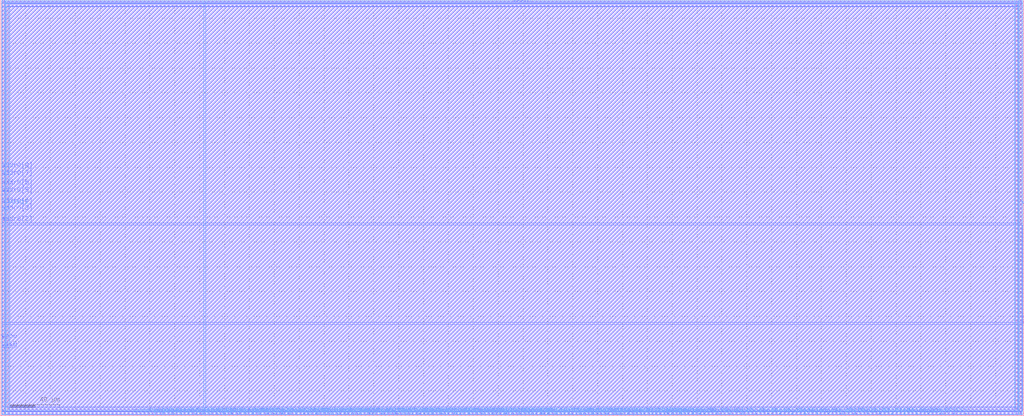
<source format=lef>
VERSION 5.4 ;
NAMESCASESENSITIVE ON ;
BUSBITCHARS "[]" ;
DIVIDERCHAR "/" ;
UNITS
  DATABASE MICRONS 2000 ;
END UNITS
MACRO sram_1rw0r0w_64_512_sky130
   CLASS BLOCK ;
   SIZE 822.5 BY 334.94 ;
   SYMMETRY X Y R90 ;
   PIN din0[0]
      DIRECTION INPUT ;
      PORT
         LAYER met4 ;
         RECT  163.88 0.0 164.26 0.38 ;
      END
   END din0[0]
   PIN din0[1]
      DIRECTION INPUT ;
      PORT
         LAYER met4 ;
         RECT  170.68 0.0 171.06 0.38 ;
      END
   END din0[1]
   PIN din0[2]
      DIRECTION INPUT ;
      PORT
         LAYER met4 ;
         RECT  176.12 0.0 176.5 0.38 ;
      END
   END din0[2]
   PIN din0[3]
      DIRECTION INPUT ;
      PORT
         LAYER met4 ;
         RECT  181.56 0.0 181.94 0.38 ;
      END
   END din0[3]
   PIN din0[4]
      DIRECTION INPUT ;
      PORT
         LAYER met4 ;
         RECT  187.68 0.0 188.06 0.38 ;
      END
   END din0[4]
   PIN din0[5]
      DIRECTION INPUT ;
      PORT
         LAYER met4 ;
         RECT  193.12 0.0 193.5 0.38 ;
      END
   END din0[5]
   PIN din0[6]
      DIRECTION INPUT ;
      PORT
         LAYER met4 ;
         RECT  199.92 0.0 200.3 0.38 ;
      END
   END din0[6]
   PIN din0[7]
      DIRECTION INPUT ;
      PORT
         LAYER met4 ;
         RECT  204.68 0.0 205.06 0.38 ;
      END
   END din0[7]
   PIN din0[8]
      DIRECTION INPUT ;
      PORT
         LAYER met4 ;
         RECT  211.48 0.0 211.86 0.38 ;
      END
   END din0[8]
   PIN din0[9]
      DIRECTION INPUT ;
      PORT
         LAYER met4 ;
         RECT  216.24 0.0 216.62 0.38 ;
      END
   END din0[9]
   PIN din0[10]
      DIRECTION INPUT ;
      PORT
         LAYER met4 ;
         RECT  223.04 0.0 223.42 0.38 ;
      END
   END din0[10]
   PIN din0[11]
      DIRECTION INPUT ;
      PORT
         LAYER met4 ;
         RECT  229.16 0.0 229.54 0.38 ;
      END
   END din0[11]
   PIN din0[12]
      DIRECTION INPUT ;
      PORT
         LAYER met4 ;
         RECT  234.6 0.0 234.98 0.38 ;
      END
   END din0[12]
   PIN din0[13]
      DIRECTION INPUT ;
      PORT
         LAYER met4 ;
         RECT  240.04 0.0 240.42 0.38 ;
      END
   END din0[13]
   PIN din0[14]
      DIRECTION INPUT ;
      PORT
         LAYER met4 ;
         RECT  246.16 0.0 246.54 0.38 ;
      END
   END din0[14]
   PIN din0[15]
      DIRECTION INPUT ;
      PORT
         LAYER met4 ;
         RECT  252.28 0.0 252.66 0.38 ;
      END
   END din0[15]
   PIN din0[16]
      DIRECTION INPUT ;
      PORT
         LAYER met4 ;
         RECT  257.72 0.0 258.1 0.38 ;
      END
   END din0[16]
   PIN din0[17]
      DIRECTION INPUT ;
      PORT
         LAYER met4 ;
         RECT  263.84 0.0 264.22 0.38 ;
      END
   END din0[17]
   PIN din0[18]
      DIRECTION INPUT ;
      PORT
         LAYER met4 ;
         RECT  269.96 0.0 270.34 0.38 ;
      END
   END din0[18]
   PIN din0[19]
      DIRECTION INPUT ;
      PORT
         LAYER met4 ;
         RECT  274.72 0.0 275.1 0.38 ;
      END
   END din0[19]
   PIN din0[20]
      DIRECTION INPUT ;
      PORT
         LAYER met4 ;
         RECT  281.52 0.0 281.9 0.38 ;
      END
   END din0[20]
   PIN din0[21]
      DIRECTION INPUT ;
      PORT
         LAYER met4 ;
         RECT  286.28 0.0 286.66 0.38 ;
      END
   END din0[21]
   PIN din0[22]
      DIRECTION INPUT ;
      PORT
         LAYER met4 ;
         RECT  293.08 0.0 293.46 0.38 ;
      END
   END din0[22]
   PIN din0[23]
      DIRECTION INPUT ;
      PORT
         LAYER met4 ;
         RECT  298.52 0.0 298.9 0.38 ;
      END
   END din0[23]
   PIN din0[24]
      DIRECTION INPUT ;
      PORT
         LAYER met4 ;
         RECT  304.64 0.0 305.02 0.38 ;
      END
   END din0[24]
   PIN din0[25]
      DIRECTION INPUT ;
      PORT
         LAYER met4 ;
         RECT  310.08 0.0 310.46 0.38 ;
      END
   END din0[25]
   PIN din0[26]
      DIRECTION INPUT ;
      PORT
         LAYER met4 ;
         RECT  316.2 0.0 316.58 0.38 ;
      END
   END din0[26]
   PIN din0[27]
      DIRECTION INPUT ;
      PORT
         LAYER met4 ;
         RECT  321.64 0.0 322.02 0.38 ;
      END
   END din0[27]
   PIN din0[28]
      DIRECTION INPUT ;
      PORT
         LAYER met4 ;
         RECT  327.76 0.0 328.14 0.38 ;
      END
   END din0[28]
   PIN din0[29]
      DIRECTION INPUT ;
      PORT
         LAYER met4 ;
         RECT  333.2 0.0 333.58 0.38 ;
      END
   END din0[29]
   PIN din0[30]
      DIRECTION INPUT ;
      PORT
         LAYER met4 ;
         RECT  340.0 0.0 340.38 0.38 ;
      END
   END din0[30]
   PIN din0[31]
      DIRECTION INPUT ;
      PORT
         LAYER met4 ;
         RECT  344.76 0.0 345.14 0.38 ;
      END
   END din0[31]
   PIN din0[32]
      DIRECTION INPUT ;
      PORT
         LAYER met4 ;
         RECT  351.56 0.0 351.94 0.38 ;
      END
   END din0[32]
   PIN din0[33]
      DIRECTION INPUT ;
      PORT
         LAYER met4 ;
         RECT  357.0 0.0 357.38 0.38 ;
      END
   END din0[33]
   PIN din0[34]
      DIRECTION INPUT ;
      PORT
         LAYER met4 ;
         RECT  362.44 0.0 362.82 0.38 ;
      END
   END din0[34]
   PIN din0[35]
      DIRECTION INPUT ;
      PORT
         LAYER met4 ;
         RECT  368.56 0.0 368.94 0.38 ;
      END
   END din0[35]
   PIN din0[36]
      DIRECTION INPUT ;
      PORT
         LAYER met4 ;
         RECT  374.68 0.0 375.06 0.38 ;
      END
   END din0[36]
   PIN din0[37]
      DIRECTION INPUT ;
      PORT
         LAYER met4 ;
         RECT  380.12 0.0 380.5 0.38 ;
      END
   END din0[37]
   PIN din0[38]
      DIRECTION INPUT ;
      PORT
         LAYER met4 ;
         RECT  386.24 0.0 386.62 0.38 ;
      END
   END din0[38]
   PIN din0[39]
      DIRECTION INPUT ;
      PORT
         LAYER met4 ;
         RECT  391.68 0.0 392.06 0.38 ;
      END
   END din0[39]
   PIN din0[40]
      DIRECTION INPUT ;
      PORT
         LAYER met4 ;
         RECT  397.8 0.0 398.18 0.38 ;
      END
   END din0[40]
   PIN din0[41]
      DIRECTION INPUT ;
      PORT
         LAYER met4 ;
         RECT  403.92 0.0 404.3 0.38 ;
      END
   END din0[41]
   PIN din0[42]
      DIRECTION INPUT ;
      PORT
         LAYER met4 ;
         RECT  410.04 0.0 410.42 0.38 ;
      END
   END din0[42]
   PIN din0[43]
      DIRECTION INPUT ;
      PORT
         LAYER met4 ;
         RECT  415.48 0.0 415.86 0.38 ;
      END
   END din0[43]
   PIN din0[44]
      DIRECTION INPUT ;
      PORT
         LAYER met4 ;
         RECT  420.92 0.0 421.3 0.38 ;
      END
   END din0[44]
   PIN din0[45]
      DIRECTION INPUT ;
      PORT
         LAYER met4 ;
         RECT  426.36 0.0 426.74 0.38 ;
      END
   END din0[45]
   PIN din0[46]
      DIRECTION INPUT ;
      PORT
         LAYER met4 ;
         RECT  432.48 0.0 432.86 0.38 ;
      END
   END din0[46]
   PIN din0[47]
      DIRECTION INPUT ;
      PORT
         LAYER met4 ;
         RECT  438.6 0.0 438.98 0.38 ;
      END
   END din0[47]
   PIN din0[48]
      DIRECTION INPUT ;
      PORT
         LAYER met4 ;
         RECT  444.04 0.0 444.42 0.38 ;
      END
   END din0[48]
   PIN din0[49]
      DIRECTION INPUT ;
      PORT
         LAYER met4 ;
         RECT  450.16 0.0 450.54 0.38 ;
      END
   END din0[49]
   PIN din0[50]
      DIRECTION INPUT ;
      PORT
         LAYER met4 ;
         RECT  455.6 0.0 455.98 0.38 ;
      END
   END din0[50]
   PIN din0[51]
      DIRECTION INPUT ;
      PORT
         LAYER met4 ;
         RECT  461.72 0.0 462.1 0.38 ;
      END
   END din0[51]
   PIN din0[52]
      DIRECTION INPUT ;
      PORT
         LAYER met4 ;
         RECT  468.52 0.0 468.9 0.38 ;
      END
   END din0[52]
   PIN din0[53]
      DIRECTION INPUT ;
      PORT
         LAYER met4 ;
         RECT  473.28 0.0 473.66 0.38 ;
      END
   END din0[53]
   PIN din0[54]
      DIRECTION INPUT ;
      PORT
         LAYER met4 ;
         RECT  479.4 0.0 479.78 0.38 ;
      END
   END din0[54]
   PIN din0[55]
      DIRECTION INPUT ;
      PORT
         LAYER met4 ;
         RECT  484.84 0.0 485.22 0.38 ;
      END
   END din0[55]
   PIN din0[56]
      DIRECTION INPUT ;
      PORT
         LAYER met4 ;
         RECT  490.96 0.0 491.34 0.38 ;
      END
   END din0[56]
   PIN din0[57]
      DIRECTION INPUT ;
      PORT
         LAYER met4 ;
         RECT  497.08 0.0 497.46 0.38 ;
      END
   END din0[57]
   PIN din0[58]
      DIRECTION INPUT ;
      PORT
         LAYER met4 ;
         RECT  502.52 0.0 502.9 0.38 ;
      END
   END din0[58]
   PIN din0[59]
      DIRECTION INPUT ;
      PORT
         LAYER met4 ;
         RECT  509.32 0.0 509.7 0.38 ;
      END
   END din0[59]
   PIN din0[60]
      DIRECTION INPUT ;
      PORT
         LAYER met4 ;
         RECT  514.76 0.0 515.14 0.38 ;
      END
   END din0[60]
   PIN din0[61]
      DIRECTION INPUT ;
      PORT
         LAYER met4 ;
         RECT  520.88 0.0 521.26 0.38 ;
      END
   END din0[61]
   PIN din0[62]
      DIRECTION INPUT ;
      PORT
         LAYER met4 ;
         RECT  526.32 0.0 526.7 0.38 ;
      END
   END din0[62]
   PIN din0[63]
      DIRECTION INPUT ;
      PORT
         LAYER met4 ;
         RECT  532.44 0.0 532.82 0.38 ;
      END
   END din0[63]
   PIN din0[64]
      DIRECTION INPUT ;
      PORT
         LAYER met4 ;
         RECT  537.88 0.0 538.26 0.38 ;
      END
   END din0[64]
   PIN addr0[0]
      DIRECTION INPUT ;
      PORT
         LAYER met4 ;
         RECT  106.08 0.0 106.46 0.38 ;
      END
   END addr0[0]
   PIN addr0[1]
      DIRECTION INPUT ;
      PORT
         LAYER met4 ;
         RECT  112.2 0.0 112.58 0.38 ;
      END
   END addr0[1]
   PIN addr0[2]
      DIRECTION INPUT ;
      PORT
         LAYER met3 ;
         RECT  0.0 154.36 0.38 154.74 ;
      END
   END addr0[2]
   PIN addr0[3]
      DIRECTION INPUT ;
      PORT
         LAYER met3 ;
         RECT  0.0 163.2 0.38 163.58 ;
      END
   END addr0[3]
   PIN addr0[4]
      DIRECTION INPUT ;
      PORT
         LAYER met3 ;
         RECT  0.0 168.64 0.38 169.02 ;
      END
   END addr0[4]
   PIN addr0[5]
      DIRECTION INPUT ;
      PORT
         LAYER met3 ;
         RECT  0.0 177.48 0.38 177.86 ;
      END
   END addr0[5]
   PIN addr0[6]
      DIRECTION INPUT ;
      PORT
         LAYER met3 ;
         RECT  0.0 183.6 0.38 183.98 ;
      END
   END addr0[6]
   PIN addr0[7]
      DIRECTION INPUT ;
      PORT
         LAYER met3 ;
         RECT  0.0 191.08 0.38 191.46 ;
      END
   END addr0[7]
   PIN addr0[8]
      DIRECTION INPUT ;
      PORT
         LAYER met3 ;
         RECT  0.0 197.2 0.38 197.58 ;
      END
   END addr0[8]
   PIN csb0
      DIRECTION INPUT ;
      PORT
         LAYER met3 ;
         RECT  0.0 51.68 0.38 52.06 ;
      END
   END csb0
   PIN web0
      DIRECTION INPUT ;
      PORT
         LAYER met3 ;
         RECT  0.0 59.84 0.38 60.22 ;
      END
   END web0
   PIN clk0
      DIRECTION INPUT ;
      PORT
         LAYER met3 ;
         RECT  0.0 53.72 0.38 54.1 ;
      END
   END clk0
   PIN wmask0[0]
      DIRECTION INPUT ;
      PORT
         LAYER met4 ;
         RECT  117.64 0.0 118.02 0.38 ;
      END
   END wmask0[0]
   PIN wmask0[1]
      DIRECTION INPUT ;
      PORT
         LAYER met4 ;
         RECT  123.76 0.0 124.14 0.38 ;
      END
   END wmask0[1]
   PIN wmask0[2]
      DIRECTION INPUT ;
      PORT
         LAYER met4 ;
         RECT  129.88 0.0 130.26 0.38 ;
      END
   END wmask0[2]
   PIN wmask0[3]
      DIRECTION INPUT ;
      PORT
         LAYER met4 ;
         RECT  134.64 0.0 135.02 0.38 ;
      END
   END wmask0[3]
   PIN wmask0[4]
      DIRECTION INPUT ;
      PORT
         LAYER met4 ;
         RECT  141.44 0.0 141.82 0.38 ;
      END
   END wmask0[4]
   PIN wmask0[5]
      DIRECTION INPUT ;
      PORT
         LAYER met4 ;
         RECT  146.2 0.0 146.58 0.38 ;
      END
   END wmask0[5]
   PIN wmask0[6]
      DIRECTION INPUT ;
      PORT
         LAYER met4 ;
         RECT  153.0 0.0 153.38 0.38 ;
      END
   END wmask0[6]
   PIN wmask0[7]
      DIRECTION INPUT ;
      PORT
         LAYER met4 ;
         RECT  157.76 0.0 158.14 0.38 ;
      END
   END wmask0[7]
   PIN spare_wen0
      DIRECTION INPUT ;
      PORT
         LAYER met4 ;
         RECT  543.32 0.0 543.7 0.38 ;
      END
   END spare_wen0
   PIN dout0[0]
      DIRECTION OUTPUT ;
      PORT
         LAYER met4 ;
         RECT  167.28 0.0 167.66 0.38 ;
      END
   END dout0[0]
   PIN dout0[1]
      DIRECTION OUTPUT ;
      PORT
         LAYER met4 ;
         RECT  178.84 0.0 179.22 0.38 ;
      END
   END dout0[1]
   PIN dout0[2]
      DIRECTION OUTPUT ;
      PORT
         LAYER met4 ;
         RECT  189.04 0.0 189.42 0.38 ;
      END
   END dout0[2]
   PIN dout0[3]
      DIRECTION OUTPUT ;
      PORT
         LAYER met4 ;
         RECT  199.24 0.0 199.62 0.38 ;
      END
   END dout0[3]
   PIN dout0[4]
      DIRECTION OUTPUT ;
      PORT
         LAYER met4 ;
         RECT  208.76 0.0 209.14 0.38 ;
      END
   END dout0[4]
   PIN dout0[5]
      DIRECTION OUTPUT ;
      PORT
         LAYER met4 ;
         RECT  218.96 0.0 219.34 0.38 ;
      END
   END dout0[5]
   PIN dout0[6]
      DIRECTION OUTPUT ;
      PORT
         LAYER met4 ;
         RECT  228.48 0.0 228.86 0.38 ;
      END
   END dout0[6]
   PIN dout0[7]
      DIRECTION OUTPUT ;
      PORT
         LAYER met4 ;
         RECT  238.0 0.0 238.38 0.38 ;
      END
   END dout0[7]
   PIN dout0[8]
      DIRECTION OUTPUT ;
      PORT
         LAYER met4 ;
         RECT  247.52 0.0 247.9 0.38 ;
      END
   END dout0[8]
   PIN dout0[9]
      DIRECTION OUTPUT ;
      PORT
         LAYER met4 ;
         RECT  259.08 0.0 259.46 0.38 ;
      END
   END dout0[9]
   PIN dout0[10]
      DIRECTION OUTPUT ;
      PORT
         LAYER met4 ;
         RECT  269.28 0.0 269.66 0.38 ;
      END
   END dout0[10]
   PIN dout0[11]
      DIRECTION OUTPUT ;
      PORT
         LAYER met4 ;
         RECT  278.8 0.0 279.18 0.38 ;
      END
   END dout0[11]
   PIN dout0[12]
      DIRECTION OUTPUT ;
      PORT
         LAYER met4 ;
         RECT  289.0 0.0 289.38 0.38 ;
      END
   END dout0[12]
   PIN dout0[13]
      DIRECTION OUTPUT ;
      PORT
         LAYER met4 ;
         RECT  299.2 0.0 299.58 0.38 ;
      END
   END dout0[13]
   PIN dout0[14]
      DIRECTION OUTPUT ;
      PORT
         LAYER met4 ;
         RECT  308.04 0.0 308.42 0.38 ;
      END
   END dout0[14]
   PIN dout0[15]
      DIRECTION OUTPUT ;
      PORT
         LAYER met4 ;
         RECT  318.92 0.0 319.3 0.38 ;
      END
   END dout0[15]
   PIN dout0[16]
      DIRECTION OUTPUT ;
      PORT
         LAYER met4 ;
         RECT  325.72 0.0 326.1 0.38 ;
      END
   END dout0[16]
   PIN dout0[17]
      DIRECTION OUTPUT ;
      PORT
         LAYER met4 ;
         RECT  337.28 0.0 337.66 0.38 ;
      END
   END dout0[17]
   PIN dout0[18]
      DIRECTION OUTPUT ;
      PORT
         LAYER met4 ;
         RECT  348.84 0.0 349.22 0.38 ;
      END
   END dout0[18]
   PIN dout0[19]
      DIRECTION OUTPUT ;
      PORT
         LAYER met4 ;
         RECT  359.04 0.0 359.42 0.38 ;
      END
   END dout0[19]
   PIN dout0[20]
      DIRECTION OUTPUT ;
      PORT
         LAYER met4 ;
         RECT  369.24 0.0 369.62 0.38 ;
      END
   END dout0[20]
   PIN dout0[21]
      DIRECTION OUTPUT ;
      PORT
         LAYER met4 ;
         RECT  378.08 0.0 378.46 0.38 ;
      END
   END dout0[21]
   PIN dout0[22]
      DIRECTION OUTPUT ;
      PORT
         LAYER met4 ;
         RECT  388.96 0.0 389.34 0.38 ;
      END
   END dout0[22]
   PIN dout0[23]
      DIRECTION OUTPUT ;
      PORT
         LAYER met4 ;
         RECT  399.16 0.0 399.54 0.38 ;
      END
   END dout0[23]
   PIN dout0[24]
      DIRECTION OUTPUT ;
      PORT
         LAYER met4 ;
         RECT  407.32 0.0 407.7 0.38 ;
      END
   END dout0[24]
   PIN dout0[25]
      DIRECTION OUTPUT ;
      PORT
         LAYER met4 ;
         RECT  418.88 0.0 419.26 0.38 ;
      END
   END dout0[25]
   PIN dout0[26]
      DIRECTION OUTPUT ;
      PORT
         LAYER met4 ;
         RECT  429.08 0.0 429.46 0.38 ;
      END
   END dout0[26]
   PIN dout0[27]
      DIRECTION OUTPUT ;
      PORT
         LAYER met4 ;
         RECT  439.28 0.0 439.66 0.38 ;
      END
   END dout0[27]
   PIN dout0[28]
      DIRECTION OUTPUT ;
      PORT
         LAYER met4 ;
         RECT  448.12 0.0 448.5 0.38 ;
      END
   END dout0[28]
   PIN dout0[29]
      DIRECTION OUTPUT ;
      PORT
         LAYER met4 ;
         RECT  459.0 0.0 459.38 0.38 ;
      END
   END dout0[29]
   PIN dout0[30]
      DIRECTION OUTPUT ;
      PORT
         LAYER met4 ;
         RECT  469.2 0.0 469.58 0.38 ;
      END
   END dout0[30]
   PIN dout0[31]
      DIRECTION OUTPUT ;
      PORT
         LAYER met4 ;
         RECT  477.36 0.0 477.74 0.38 ;
      END
   END dout0[31]
   PIN dout0[32]
      DIRECTION OUTPUT ;
      PORT
         LAYER met4 ;
         RECT  487.56 0.0 487.94 0.38 ;
      END
   END dout0[32]
   PIN dout0[33]
      DIRECTION OUTPUT ;
      PORT
         LAYER met4 ;
         RECT  499.12 0.0 499.5 0.38 ;
      END
   END dout0[33]
   PIN dout0[34]
      DIRECTION OUTPUT ;
      PORT
         LAYER met4 ;
         RECT  508.64 0.0 509.02 0.38 ;
      END
   END dout0[34]
   PIN dout0[35]
      DIRECTION OUTPUT ;
      PORT
         LAYER met4 ;
         RECT  518.16 0.0 518.54 0.38 ;
      END
   END dout0[35]
   PIN dout0[36]
      DIRECTION OUTPUT ;
      PORT
         LAYER met4 ;
         RECT  529.04 0.0 529.42 0.38 ;
      END
   END dout0[36]
   PIN dout0[37]
      DIRECTION OUTPUT ;
      PORT
         LAYER met4 ;
         RECT  538.56 0.0 538.94 0.38 ;
      END
   END dout0[37]
   PIN dout0[38]
      DIRECTION OUTPUT ;
      PORT
         LAYER met4 ;
         RECT  547.4 0.0 547.78 0.38 ;
      END
   END dout0[38]
   PIN dout0[39]
      DIRECTION OUTPUT ;
      PORT
         LAYER met4 ;
         RECT  558.96 0.0 559.34 0.38 ;
      END
   END dout0[39]
   PIN dout0[40]
      DIRECTION OUTPUT ;
      PORT
         LAYER met4 ;
         RECT  567.8 0.0 568.18 0.38 ;
      END
   END dout0[40]
   PIN dout0[41]
      DIRECTION OUTPUT ;
      PORT
         LAYER met4 ;
         RECT  578.68 0.0 579.06 0.38 ;
      END
   END dout0[41]
   PIN dout0[42]
      DIRECTION OUTPUT ;
      PORT
         LAYER met4 ;
         RECT  588.88 0.0 589.26 0.38 ;
      END
   END dout0[42]
   PIN dout0[43]
      DIRECTION OUTPUT ;
      PORT
         LAYER met4 ;
         RECT  599.08 0.0 599.46 0.38 ;
      END
   END dout0[43]
   PIN dout0[44]
      DIRECTION OUTPUT ;
      PORT
         LAYER met4 ;
         RECT  608.6 0.0 608.98 0.38 ;
      END
   END dout0[44]
   PIN dout0[45]
      DIRECTION OUTPUT ;
      PORT
         LAYER met4 ;
         RECT  618.8 0.0 619.18 0.38 ;
      END
   END dout0[45]
   PIN dout0[46]
      DIRECTION OUTPUT ;
      PORT
         LAYER met4 ;
         RECT  629.0 0.0 629.38 0.38 ;
      END
   END dout0[46]
   PIN dout0[47]
      DIRECTION OUTPUT ;
      PORT
         LAYER met4 ;
         RECT  638.52 0.0 638.9 0.38 ;
      END
   END dout0[47]
   PIN dout0[48]
      DIRECTION OUTPUT ;
      PORT
         LAYER met4 ;
         RECT  647.36 0.0 647.74 0.38 ;
      END
   END dout0[48]
   PIN dout0[49]
      DIRECTION OUTPUT ;
      PORT
         LAYER met4 ;
         RECT  658.92 0.0 659.3 0.38 ;
      END
   END dout0[49]
   PIN dout0[50]
      DIRECTION OUTPUT ;
      PORT
         LAYER met4 ;
         RECT  669.12 0.0 669.5 0.38 ;
      END
   END dout0[50]
   PIN dout0[51]
      DIRECTION OUTPUT ;
      PORT
         LAYER met4 ;
         RECT  678.64 0.0 679.02 0.38 ;
      END
   END dout0[51]
   PIN dout0[52]
      DIRECTION OUTPUT ;
      PORT
         LAYER met4 ;
         RECT  688.84 0.0 689.22 0.38 ;
      END
   END dout0[52]
   PIN dout0[53]
      DIRECTION OUTPUT ;
      PORT
         LAYER met4 ;
         RECT  699.04 0.0 699.42 0.38 ;
      END
   END dout0[53]
   PIN dout0[54]
      DIRECTION OUTPUT ;
      PORT
         LAYER met4 ;
         RECT  708.56 0.0 708.94 0.38 ;
      END
   END dout0[54]
   PIN dout0[55]
      DIRECTION OUTPUT ;
      PORT
         LAYER met4 ;
         RECT  718.76 0.0 719.14 0.38 ;
      END
   END dout0[55]
   PIN dout0[56]
      DIRECTION OUTPUT ;
      PORT
         LAYER met4 ;
         RECT  727.6 0.0 727.98 0.38 ;
      END
   END dout0[56]
   PIN dout0[57]
      DIRECTION OUTPUT ;
      PORT
         LAYER met4 ;
         RECT  739.16 0.0 739.54 0.38 ;
      END
   END dout0[57]
   PIN dout0[58]
      DIRECTION OUTPUT ;
      PORT
         LAYER met4 ;
         RECT  748.68 0.0 749.06 0.38 ;
      END
   END dout0[58]
   PIN dout0[59]
      DIRECTION OUTPUT ;
      PORT
         LAYER met3 ;
         RECT  822.12 74.12 822.5 74.5 ;
      END
   END dout0[59]
   PIN dout0[60]
      DIRECTION OUTPUT ;
      PORT
         LAYER met3 ;
         RECT  822.12 80.24 822.5 80.62 ;
      END
   END dout0[60]
   PIN dout0[61]
      DIRECTION OUTPUT ;
      PORT
         LAYER met3 ;
         RECT  822.12 79.56 822.5 79.94 ;
      END
   END dout0[61]
   PIN dout0[62]
      DIRECTION OUTPUT ;
      PORT
         LAYER met3 ;
         RECT  822.12 74.8 822.5 75.18 ;
      END
   END dout0[62]
   PIN dout0[63]
      DIRECTION OUTPUT ;
      PORT
         LAYER met3 ;
         RECT  822.12 75.48 822.5 75.86 ;
      END
   END dout0[63]
   PIN dout0[64]
      DIRECTION OUTPUT ;
      PORT
         LAYER met3 ;
         RECT  822.12 76.84 822.5 77.22 ;
      END
   END dout0[64]
   PIN vccd1
      DIRECTION INOUT ;
      USE POWER ; 
      SHAPE ABUTMENT ; 
      PORT
         LAYER met4 ;
         RECT  1.36 1.36 3.1 334.94 ;
         LAYER met3 ;
         RECT  1.36 1.36 821.14 3.1 ;
         LAYER met4 ;
         RECT  819.4 1.36 821.14 334.94 ;
         LAYER met3 ;
         RECT  1.36 333.2 821.14 334.94 ;
      END
   END vccd1
   PIN vssd1
      DIRECTION INOUT ;
      USE GROUND ; 
      SHAPE ABUTMENT ; 
      PORT
         LAYER met3 ;
         RECT  4.76 4.76 817.74 6.5 ;
         LAYER met3 ;
         RECT  4.76 329.8 817.74 331.54 ;
         LAYER met4 ;
         RECT  816.0 4.76 817.74 331.54 ;
         LAYER met4 ;
         RECT  4.76 4.76 6.5 331.54 ;
      END
   END vssd1
   OBS
   LAYER  met1 ;
      RECT  0.62 0.62 821.88 334.32 ;
   LAYER  met2 ;
      RECT  0.62 0.62 821.88 334.32 ;
   LAYER  met3 ;
      RECT  0.98 153.76 821.88 155.34 ;
      RECT  0.62 155.34 0.98 162.6 ;
      RECT  0.62 164.18 0.98 168.04 ;
      RECT  0.62 169.62 0.98 176.88 ;
      RECT  0.62 178.46 0.98 183.0 ;
      RECT  0.62 184.58 0.98 190.48 ;
      RECT  0.62 192.06 0.98 196.6 ;
      RECT  0.62 60.82 0.98 153.76 ;
      RECT  0.62 52.66 0.98 53.12 ;
      RECT  0.62 54.7 0.98 59.24 ;
      RECT  0.98 73.52 821.52 75.1 ;
      RECT  0.98 75.1 821.52 153.76 ;
      RECT  821.52 81.22 821.88 153.76 ;
      RECT  821.52 77.82 821.88 78.96 ;
      RECT  0.62 0.62 0.76 0.76 ;
      RECT  0.62 0.76 0.76 3.7 ;
      RECT  0.62 3.7 0.76 51.08 ;
      RECT  0.76 0.62 0.98 0.76 ;
      RECT  0.76 3.7 0.98 51.08 ;
      RECT  0.98 0.62 821.52 0.76 ;
      RECT  821.52 0.62 821.74 0.76 ;
      RECT  821.52 3.7 821.74 73.52 ;
      RECT  821.74 0.62 821.88 0.76 ;
      RECT  821.74 0.76 821.88 3.7 ;
      RECT  821.74 3.7 821.88 73.52 ;
      RECT  821.74 155.34 821.88 332.6 ;
      RECT  821.74 332.6 821.88 334.32 ;
      RECT  0.62 198.18 0.76 332.6 ;
      RECT  0.62 332.6 0.76 334.32 ;
      RECT  0.76 198.18 0.98 332.6 ;
      RECT  0.98 3.7 4.16 4.16 ;
      RECT  0.98 4.16 4.16 7.1 ;
      RECT  0.98 7.1 4.16 73.52 ;
      RECT  4.16 3.7 818.34 4.16 ;
      RECT  4.16 7.1 818.34 73.52 ;
      RECT  818.34 3.7 821.52 4.16 ;
      RECT  818.34 4.16 821.52 7.1 ;
      RECT  818.34 7.1 821.52 73.52 ;
      RECT  0.98 155.34 4.16 329.2 ;
      RECT  0.98 329.2 4.16 332.14 ;
      RECT  0.98 332.14 4.16 332.6 ;
      RECT  4.16 155.34 818.34 329.2 ;
      RECT  4.16 332.14 818.34 332.6 ;
      RECT  818.34 155.34 821.74 329.2 ;
      RECT  818.34 329.2 821.74 332.14 ;
      RECT  818.34 332.14 821.74 332.6 ;
   LAYER  met4 ;
      RECT  163.28 0.98 164.86 334.32 ;
      RECT  171.66 0.62 175.52 0.98 ;
      RECT  182.54 0.62 187.08 0.98 ;
      RECT  200.9 0.62 204.08 0.98 ;
      RECT  212.46 0.62 215.64 0.98 ;
      RECT  230.14 0.62 234.0 0.98 ;
      RECT  241.02 0.62 245.56 0.98 ;
      RECT  253.26 0.62 257.12 0.98 ;
      RECT  270.94 0.62 274.12 0.98 ;
      RECT  282.5 0.62 285.68 0.98 ;
      RECT  294.06 0.62 297.92 0.98 ;
      RECT  311.06 0.62 315.6 0.98 ;
      RECT  328.74 0.62 332.6 0.98 ;
      RECT  340.98 0.62 344.16 0.98 ;
      RECT  352.54 0.62 356.4 0.98 ;
      RECT  363.42 0.62 367.96 0.98 ;
      RECT  381.1 0.62 385.64 0.98 ;
      RECT  392.66 0.62 397.2 0.98 ;
      RECT  411.02 0.62 414.88 0.98 ;
      RECT  421.9 0.62 425.76 0.98 ;
      RECT  433.46 0.62 438.0 0.98 ;
      RECT  451.14 0.62 455.0 0.98 ;
      RECT  462.7 0.62 467.92 0.98 ;
      RECT  480.38 0.62 484.24 0.98 ;
      RECT  491.94 0.62 496.48 0.98 ;
      RECT  510.3 0.62 514.16 0.98 ;
      RECT  521.86 0.62 525.72 0.98 ;
      RECT  533.42 0.62 537.28 0.98 ;
      RECT  107.06 0.62 111.6 0.98 ;
      RECT  113.18 0.62 117.04 0.98 ;
      RECT  118.62 0.62 123.16 0.98 ;
      RECT  124.74 0.62 129.28 0.98 ;
      RECT  130.86 0.62 134.04 0.98 ;
      RECT  135.62 0.62 140.84 0.98 ;
      RECT  142.42 0.62 145.6 0.98 ;
      RECT  147.18 0.62 152.4 0.98 ;
      RECT  153.98 0.62 157.16 0.98 ;
      RECT  158.74 0.62 163.28 0.98 ;
      RECT  164.86 0.62 166.68 0.98 ;
      RECT  168.26 0.62 170.08 0.98 ;
      RECT  177.1 0.62 178.24 0.98 ;
      RECT  179.82 0.62 180.96 0.98 ;
      RECT  190.02 0.62 192.52 0.98 ;
      RECT  194.1 0.62 198.64 0.98 ;
      RECT  205.66 0.62 208.16 0.98 ;
      RECT  209.74 0.62 210.88 0.98 ;
      RECT  217.22 0.62 218.36 0.98 ;
      RECT  219.94 0.62 222.44 0.98 ;
      RECT  224.02 0.62 227.88 0.98 ;
      RECT  235.58 0.62 237.4 0.98 ;
      RECT  238.98 0.62 239.44 0.98 ;
      RECT  248.5 0.62 251.68 0.98 ;
      RECT  260.06 0.62 263.24 0.98 ;
      RECT  264.82 0.62 268.68 0.98 ;
      RECT  275.7 0.62 278.2 0.98 ;
      RECT  279.78 0.62 280.92 0.98 ;
      RECT  287.26 0.62 288.4 0.98 ;
      RECT  289.98 0.62 292.48 0.98 ;
      RECT  300.18 0.62 304.04 0.98 ;
      RECT  305.62 0.62 307.44 0.98 ;
      RECT  309.02 0.62 309.48 0.98 ;
      RECT  317.18 0.62 318.32 0.98 ;
      RECT  319.9 0.62 321.04 0.98 ;
      RECT  322.62 0.62 325.12 0.98 ;
      RECT  326.7 0.62 327.16 0.98 ;
      RECT  334.18 0.62 336.68 0.98 ;
      RECT  338.26 0.62 339.4 0.98 ;
      RECT  345.74 0.62 348.24 0.98 ;
      RECT  349.82 0.62 350.96 0.98 ;
      RECT  357.98 0.62 358.44 0.98 ;
      RECT  360.02 0.62 361.84 0.98 ;
      RECT  370.22 0.62 374.08 0.98 ;
      RECT  375.66 0.62 377.48 0.98 ;
      RECT  379.06 0.62 379.52 0.98 ;
      RECT  387.22 0.62 388.36 0.98 ;
      RECT  389.94 0.62 391.08 0.98 ;
      RECT  400.14 0.62 403.32 0.98 ;
      RECT  404.9 0.62 406.72 0.98 ;
      RECT  408.3 0.62 409.44 0.98 ;
      RECT  416.46 0.62 418.28 0.98 ;
      RECT  419.86 0.62 420.32 0.98 ;
      RECT  427.34 0.62 428.48 0.98 ;
      RECT  430.06 0.62 431.88 0.98 ;
      RECT  440.26 0.62 443.44 0.98 ;
      RECT  445.02 0.62 447.52 0.98 ;
      RECT  449.1 0.62 449.56 0.98 ;
      RECT  456.58 0.62 458.4 0.98 ;
      RECT  459.98 0.62 461.12 0.98 ;
      RECT  470.18 0.62 472.68 0.98 ;
      RECT  474.26 0.62 476.76 0.98 ;
      RECT  478.34 0.62 478.8 0.98 ;
      RECT  485.82 0.62 486.96 0.98 ;
      RECT  488.54 0.62 490.36 0.98 ;
      RECT  498.06 0.62 498.52 0.98 ;
      RECT  500.1 0.62 501.92 0.98 ;
      RECT  503.5 0.62 508.04 0.98 ;
      RECT  515.74 0.62 517.56 0.98 ;
      RECT  519.14 0.62 520.28 0.98 ;
      RECT  527.3 0.62 528.44 0.98 ;
      RECT  530.02 0.62 531.84 0.98 ;
      RECT  539.54 0.62 542.72 0.98 ;
      RECT  544.3 0.62 546.8 0.98 ;
      RECT  548.38 0.62 558.36 0.98 ;
      RECT  559.94 0.62 567.2 0.98 ;
      RECT  568.78 0.62 578.08 0.98 ;
      RECT  579.66 0.62 588.28 0.98 ;
      RECT  589.86 0.62 598.48 0.98 ;
      RECT  600.06 0.62 608.0 0.98 ;
      RECT  609.58 0.62 618.2 0.98 ;
      RECT  619.78 0.62 628.4 0.98 ;
      RECT  629.98 0.62 637.92 0.98 ;
      RECT  639.5 0.62 646.76 0.98 ;
      RECT  648.34 0.62 658.32 0.98 ;
      RECT  659.9 0.62 668.52 0.98 ;
      RECT  670.1 0.62 678.04 0.98 ;
      RECT  679.62 0.62 688.24 0.98 ;
      RECT  689.82 0.62 698.44 0.98 ;
      RECT  700.02 0.62 707.96 0.98 ;
      RECT  709.54 0.62 718.16 0.98 ;
      RECT  719.74 0.62 727.0 0.98 ;
      RECT  728.58 0.62 738.56 0.98 ;
      RECT  740.14 0.62 748.08 0.98 ;
      RECT  0.62 0.98 0.76 334.32 ;
      RECT  0.62 0.62 0.76 0.76 ;
      RECT  0.62 0.76 0.76 0.98 ;
      RECT  0.76 0.62 3.7 0.76 ;
      RECT  3.7 0.62 105.48 0.76 ;
      RECT  3.7 0.76 105.48 0.98 ;
      RECT  821.74 0.98 821.88 334.32 ;
      RECT  749.66 0.62 818.8 0.76 ;
      RECT  749.66 0.76 818.8 0.98 ;
      RECT  818.8 0.62 821.74 0.76 ;
      RECT  821.74 0.62 821.88 0.76 ;
      RECT  821.74 0.76 821.88 0.98 ;
      RECT  164.86 0.98 815.4 4.16 ;
      RECT  164.86 4.16 815.4 332.14 ;
      RECT  164.86 332.14 815.4 334.32 ;
      RECT  815.4 0.98 818.34 4.16 ;
      RECT  815.4 332.14 818.34 334.32 ;
      RECT  818.34 0.98 818.8 4.16 ;
      RECT  818.34 4.16 818.8 332.14 ;
      RECT  818.34 332.14 818.8 334.32 ;
      RECT  3.7 0.98 4.16 4.16 ;
      RECT  3.7 4.16 4.16 332.14 ;
      RECT  3.7 332.14 4.16 334.32 ;
      RECT  4.16 0.98 7.1 4.16 ;
      RECT  4.16 332.14 7.1 334.32 ;
      RECT  7.1 0.98 163.28 4.16 ;
      RECT  7.1 4.16 163.28 332.14 ;
      RECT  7.1 332.14 163.28 334.32 ;
   END
END    sram_1rw0r0w_64_512_sky130
END    LIBRARY

</source>
